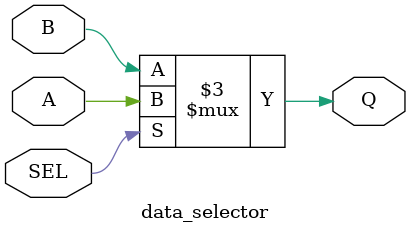
<source format=v>
`timescale 1ns / 1ps
module data_selector(
    input A,
    input B,
    input SEL,
    output reg Q
    );

always @(A or B or SEL)
begin
	if (SEL) 
		Q = A;
	else
		Q = B;
end

endmodule

</source>
